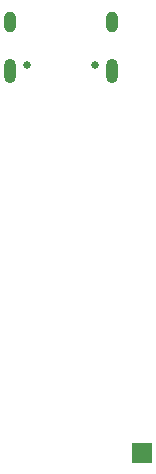
<source format=gbr>
%TF.GenerationSoftware,KiCad,Pcbnew,9.0.5*%
%TF.CreationDate,2025-12-02T20:32:22-06:00*%
%TF.ProjectId,lorapuck,6c6f7261-7075-4636-9b2e-6b696361645f,rev?*%
%TF.SameCoordinates,Original*%
%TF.FileFunction,Soldermask,Bot*%
%TF.FilePolarity,Negative*%
%FSLAX46Y46*%
G04 Gerber Fmt 4.6, Leading zero omitted, Abs format (unit mm)*
G04 Created by KiCad (PCBNEW 9.0.5) date 2025-12-02 20:32:22*
%MOMM*%
%LPD*%
G01*
G04 APERTURE LIST*
%ADD10R,1.700000X1.700000*%
%ADD11C,0.650000*%
%ADD12O,1.000000X2.100000*%
%ADD13O,1.000000X1.800000*%
G04 APERTURE END LIST*
D10*
%TO.C,AE1*%
X100000000Y-118800000D03*
%TD*%
D11*
%TO.C,J1*%
X96000000Y-86000000D03*
X90220000Y-86000000D03*
D12*
X97430000Y-86500000D03*
D13*
X97430000Y-82320000D03*
D12*
X88790000Y-86500000D03*
D13*
X88790000Y-82320000D03*
%TD*%
M02*

</source>
